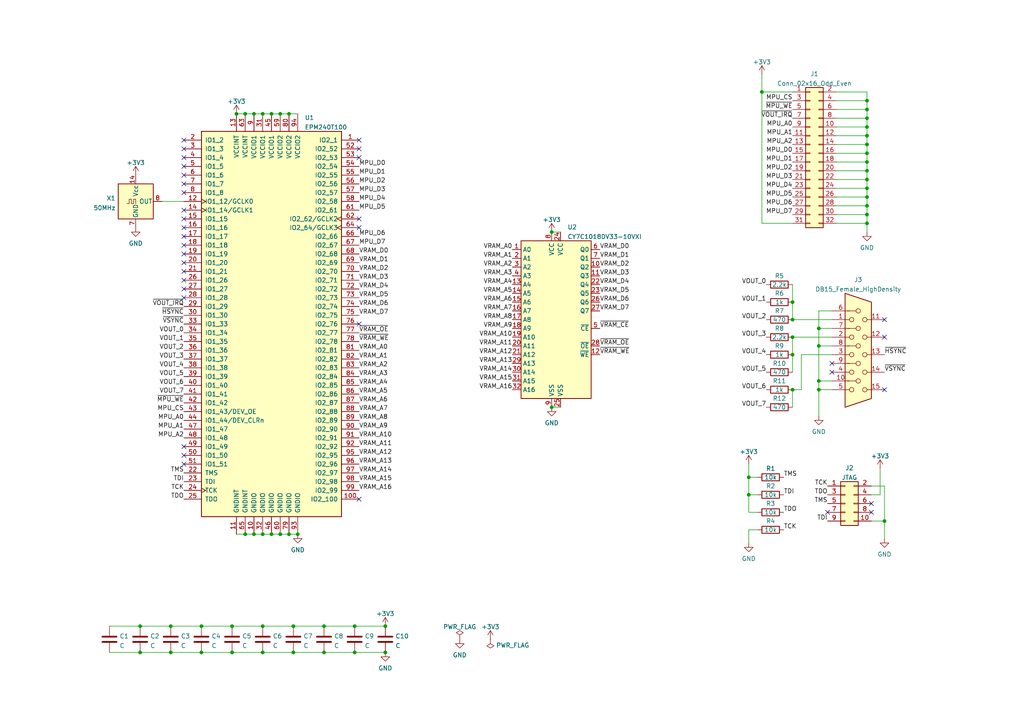
<source format=kicad_sch>
(kicad_sch (version 20211123) (generator eeschema)
  (paper "A4")
  (lib_symbols
    (symbol "CPLD_Altera:EPM240T100" (pin_names (offset 1.016))
      (property "Reference" "U" (at 10.16 57.15 0))
      (property "Value" "EPM240T100" (at 10.16 -57.15 0))
      (symbol "EPM240T100_1_1"
        (rectangle (start -20.32 55.88) (end 20.32 -55.88) (stroke (width 0.254)) (fill (type background)))
        (pin bidirectional line (at 25.4 53.34 180) (length 5.08) (name "IO2_1") (number "1"))
        (pin power_in line (at -5.08 -60.96 90) (length 5.08) (name "GNDIO") (number "10"))
        (pin bidirectional line (at 25.4 -50.8 180) (length 5.08) (name "IO2_100") (number "100"))
        (pin power_in line (at -10.16 -60.96 90) (length 5.08) (name "GNDINT") (number "11"))
        (pin bidirectional clock (at -25.4 35.56 0) (length 5.08) (name "IO1_12/GCLK0") (number "12"))
        (pin power_in line (at -10.16 60.96 270) (length 5.08) (name "VCCINT") (number "13"))
        (pin bidirectional clock (at -25.4 33.02 0) (length 5.08) (name "IO1_14/GCLK1") (number "14"))
        (pin bidirectional line (at -25.4 30.48 0) (length 5.08) (name "IO1_15") (number "15"))
        (pin bidirectional line (at -25.4 27.94 0) (length 5.08) (name "IO1_16") (number "16"))
        (pin bidirectional line (at -25.4 25.4 0) (length 5.08) (name "IO1_17") (number "17"))
        (pin bidirectional line (at -25.4 22.86 0) (length 5.08) (name "IO1_18") (number "18"))
        (pin bidirectional line (at -25.4 20.32 0) (length 5.08) (name "IO1_19") (number "19"))
        (pin bidirectional line (at -25.4 53.34 0) (length 5.08) (name "IO1_2") (number "2"))
        (pin bidirectional line (at -25.4 17.78 0) (length 5.08) (name "IO1_20") (number "20"))
        (pin bidirectional line (at -25.4 15.24 0) (length 5.08) (name "IO1_21") (number "21"))
        (pin input line (at -25.4 -43.18 0) (length 5.08) (name "TMS") (number "22"))
        (pin input line (at -25.4 -45.72 0) (length 5.08) (name "TDI") (number "23"))
        (pin input clock (at -25.4 -48.26 0) (length 5.08) (name "TCK") (number "24"))
        (pin output line (at -25.4 -50.8 0) (length 5.08) (name "TDO") (number "25"))
        (pin bidirectional line (at -25.4 12.7 0) (length 5.08) (name "IO1_26") (number "26"))
        (pin bidirectional line (at -25.4 10.16 0) (length 5.08) (name "IO1_27") (number "27"))
        (pin bidirectional line (at -25.4 7.62 0) (length 5.08) (name "IO1_28") (number "28"))
        (pin bidirectional line (at -25.4 5.08 0) (length 5.08) (name "IO1_29") (number "29"))
        (pin bidirectional line (at -25.4 50.8 0) (length 5.08) (name "IO1_3") (number "3"))
        (pin bidirectional line (at -25.4 2.54 0) (length 5.08) (name "IO1_30") (number "30"))
        (pin power_in line (at -2.54 60.96 270) (length 5.08) (name "VCCIO1") (number "31"))
        (pin power_in line (at -2.54 -60.96 90) (length 5.08) (name "GNDIO") (number "32"))
        (pin bidirectional line (at -25.4 0 0) (length 5.08) (name "IO1_33") (number "33"))
        (pin bidirectional line (at -25.4 -2.54 0) (length 5.08) (name "IO1_34") (number "34"))
        (pin bidirectional line (at -25.4 -5.08 0) (length 5.08) (name "IO1_35") (number "35"))
        (pin bidirectional line (at -25.4 -7.62 0) (length 5.08) (name "IO1_36") (number "36"))
        (pin bidirectional line (at -25.4 -10.16 0) (length 5.08) (name "IO1_37") (number "37"))
        (pin bidirectional line (at -25.4 -12.7 0) (length 5.08) (name "IO1_38") (number "38"))
        (pin bidirectional line (at -25.4 -15.24 0) (length 5.08) (name "IO1_39") (number "39"))
        (pin bidirectional line (at -25.4 48.26 0) (length 5.08) (name "IO1_4") (number "4"))
        (pin bidirectional line (at -25.4 -17.78 0) (length 5.08) (name "IO1_40") (number "40"))
        (pin bidirectional line (at -25.4 -20.32 0) (length 5.08) (name "IO1_41") (number "41"))
        (pin bidirectional line (at -25.4 -22.86 0) (length 5.08) (name "IO1_42") (number "42"))
        (pin bidirectional line (at -25.4 -25.4 0) (length 5.08) (name "IO1_43/DEV_OE") (number "43"))
        (pin bidirectional line (at -25.4 -27.94 0) (length 5.08) (name "IO1_44/DEV_CLRn") (number "44"))
        (pin power_in line (at 0 60.96 270) (length 5.08) (name "VCCIO1") (number "45"))
        (pin power_in line (at 0 -60.96 90) (length 5.08) (name "GNDIO") (number "46"))
        (pin bidirectional line (at -25.4 -30.48 0) (length 5.08) (name "IO1_47") (number "47"))
        (pin bidirectional line (at -25.4 -33.02 0) (length 5.08) (name "IO1_48") (number "48"))
        (pin bidirectional line (at -25.4 -35.56 0) (length 5.08) (name "IO1_49") (number "49"))
        (pin bidirectional line (at -25.4 45.72 0) (length 5.08) (name "IO1_5") (number "5"))
        (pin bidirectional line (at -25.4 -38.1 0) (length 5.08) (name "IO1_50") (number "50"))
        (pin bidirectional line (at -25.4 -40.64 0) (length 5.08) (name "IO1_51") (number "51"))
        (pin bidirectional line (at 25.4 50.8 180) (length 5.08) (name "IO2_52") (number "52"))
        (pin bidirectional line (at 25.4 48.26 180) (length 5.08) (name "IO2_53") (number "53"))
        (pin bidirectional line (at 25.4 45.72 180) (length 5.08) (name "IO2_54") (number "54"))
        (pin bidirectional line (at 25.4 43.18 180) (length 5.08) (name "IO2_55") (number "55"))
        (pin bidirectional line (at 25.4 40.64 180) (length 5.08) (name "IO2_56") (number "56"))
        (pin bidirectional line (at 25.4 38.1 180) (length 5.08) (name "IO2_57") (number "57"))
        (pin bidirectional line (at 25.4 35.56 180) (length 5.08) (name "IO2_58") (number "58"))
        (pin power_in line (at 2.54 60.96 270) (length 5.08) (name "VCCIO2") (number "59"))
        (pin bidirectional line (at -25.4 43.18 0) (length 5.08) (name "IO1_6") (number "6"))
        (pin power_in line (at 2.54 -60.96 90) (length 5.08) (name "GNDIO") (number "60"))
        (pin bidirectional line (at 25.4 33.02 180) (length 5.08) (name "IO2_61") (number "61"))
        (pin bidirectional clock (at 25.4 30.48 180) (length 5.08) (name "IO2_62/GCLK2") (number "62"))
        (pin power_in line (at -7.62 60.96 270) (length 5.08) (name "VCCINT") (number "63"))
        (pin bidirectional clock (at 25.4 27.94 180) (length 5.08) (name "IO2_64/GCLK3") (number "64"))
        (pin power_in line (at -7.62 -60.96 90) (length 5.08) (name "GNDINT") (number "65"))
        (pin bidirectional line (at 25.4 25.4 180) (length 5.08) (name "IO2_66") (number "66"))
        (pin bidirectional line (at 25.4 22.86 180) (length 5.08) (name "IO2_67") (number "67"))
        (pin bidirectional line (at 25.4 20.32 180) (length 5.08) (name "IO2_68") (number "68"))
        (pin bidirectional line (at 25.4 17.78 180) (length 5.08) (name "IO2_69") (number "69"))
        (pin bidirectional line (at -25.4 40.64 0) (length 5.08) (name "IO1_7") (number "7"))
        (pin bidirectional line (at 25.4 15.24 180) (length 5.08) (name "IO2_70") (number "70"))
        (pin bidirectional line (at 25.4 12.7 180) (length 5.08) (name "IO2_71") (number "71"))
        (pin bidirectional line (at 25.4 10.16 180) (length 5.08) (name "IO2_72") (number "72"))
        (pin bidirectional line (at 25.4 7.62 180) (length 5.08) (name "IO2_73") (number "73"))
        (pin bidirectional line (at 25.4 5.08 180) (length 5.08) (name "IO2_74") (number "74"))
        (pin bidirectional line (at 25.4 2.54 180) (length 5.08) (name "IO2_75") (number "75"))
        (pin bidirectional line (at 25.4 0 180) (length 5.08) (name "IO2_76") (number "76"))
        (pin bidirectional line (at 25.4 -2.54 180) (length 5.08) (name "IO2_77") (number "77"))
        (pin bidirectional line (at 25.4 -5.08 180) (length 5.08) (name "IO2_78") (number "78"))
        (pin power_in line (at 5.08 -60.96 90) (length 5.08) (name "GNDIO") (number "79"))
        (pin bidirectional line (at -25.4 38.1 0) (length 5.08) (name "IO1_8") (number "8"))
        (pin power_in line (at 5.08 60.96 270) (length 5.08) (name "VCCIO2") (number "80"))
        (pin bidirectional line (at 25.4 -7.62 180) (length 5.08) (name "IO2_81") (number "81"))
        (pin bidirectional line (at 25.4 -10.16 180) (length 5.08) (name "IO2_82") (number "82"))
        (pin bidirectional line (at 25.4 -12.7 180) (length 5.08) (name "IO2_83") (number "83"))
        (pin bidirectional line (at 25.4 -15.24 180) (length 5.08) (name "IO2_84") (number "84"))
        (pin bidirectional line (at 25.4 -17.78 180) (length 5.08) (name "IO2_85") (number "85"))
        (pin bidirectional line (at 25.4 -20.32 180) (length 5.08) (name "IO2_86") (number "86"))
        (pin bidirectional line (at 25.4 -22.86 180) (length 5.08) (name "IO2_87") (number "87"))
        (pin bidirectional line (at 25.4 -25.4 180) (length 5.08) (name "IO2_88") (number "88"))
        (pin bidirectional line (at 25.4 -27.94 180) (length 5.08) (name "IO2_89") (number "89"))
        (pin power_in line (at -5.08 60.96 270) (length 5.08) (name "VCCIO1") (number "9"))
        (pin bidirectional line (at 25.4 -30.48 180) (length 5.08) (name "IO2_90") (number "90"))
        (pin bidirectional line (at 25.4 -33.02 180) (length 5.08) (name "IO2_91") (number "91"))
        (pin bidirectional line (at 25.4 -35.56 180) (length 5.08) (name "IO2_92") (number "92"))
        (pin power_in line (at 7.62 -60.96 90) (length 5.08) (name "GNDIO") (number "93"))
        (pin power_in line (at 7.62 60.96 270) (length 5.08) (name "VCCIO2") (number "94"))
        (pin bidirectional line (at 25.4 -38.1 180) (length 5.08) (name "IO2_95") (number "95"))
        (pin bidirectional line (at 25.4 -40.64 180) (length 5.08) (name "IO2_96") (number "96"))
        (pin bidirectional line (at 25.4 -43.18 180) (length 5.08) (name "IO2_97") (number "97"))
        (pin bidirectional line (at 25.4 -45.72 180) (length 5.08) (name "IO2_98") (number "98"))
        (pin bidirectional line (at 25.4 -48.26 180) (length 5.08) (name "IO2_99") (number "99"))
      )
    )
    (symbol "Connector:DB15_Female_HighDensity" (pin_names (offset 1.016) hide)
      (property "Reference" "J" (at 0 21.59 0))
      (property "Value" "DB15_Female_HighDensity" (at 0 19.05 0))
      (symbol "DB15_Female_HighDensity_0_1"
        (circle (center -1.905 -10.16) (radius 0.635))
        (circle (center -1.905 -5.08) (radius 0.635))
        (circle (center -1.905 0) (radius 0.635))
        (circle (center -1.905 5.08) (radius 0.635))
        (circle (center -1.905 10.16) (radius 0.635))
        (circle (center 0 -7.62) (radius 0.635))
        (circle (center 0 -2.54) (radius 0.635))
        (polyline (pts (xy -3.175 7.62) (xy -0.635 7.62)))
        (polyline (pts (xy -0.635 -7.62) (xy -3.175 -7.62)))
        (polyline (pts (xy -0.635 -2.54) (xy -3.175 -2.54)))
        (polyline (pts (xy -0.635 2.54) (xy -3.175 2.54)))
        (polyline (pts (xy -0.635 12.7) (xy -3.175 12.7)))
        (polyline (pts (xy -3.81 17.78) (xy -3.81 -15.24) (xy 3.81 -12.7) (xy 3.81 15.24) (xy -3.81 17.78)) (stroke (width 0.254)) (fill (type background)))
        (circle (center 0 2.54) (radius 0.635))
        (circle (center 0 7.62) (radius 0.635))
        (circle (center 0 12.7) (radius 0.635))
        (circle (center 1.905 -10.16) (radius 0.635))
        (circle (center 1.905 -5.08) (radius 0.635))
        (circle (center 1.905 0) (radius 0.635))
        (circle (center 1.905 5.08) (radius 0.635))
        (circle (center 1.905 10.16) (radius 0.635))
      )
      (symbol "DB15_Female_HighDensity_1_1"
        (pin passive line (at -7.62 10.16 0) (length 5.08) (name "~") (number "1"))
        (pin passive line (at -7.62 -7.62 0) (length 5.08) (name "~") (number "10"))
        (pin passive line (at 7.62 10.16 180) (length 5.08) (name "~") (number "11"))
        (pin passive line (at 7.62 5.08 180) (length 5.08) (name "~") (number "12"))
        (pin passive line (at 7.62 0 180) (length 5.08) (name "~") (number "13"))
        (pin passive line (at 7.62 -5.08 180) (length 5.08) (name "~") (number "14"))
        (pin passive line (at 7.62 -10.16 180) (length 5.08) (name "~") (number "15"))
        (pin passive line (at -7.62 5.08 0) (length 5.08) (name "~") (number "2"))
        (pin passive line (at -7.62 0 0) (length 5.08) (name "~") (number "3"))
        (pin passive line (at -7.62 -5.08 0) (length 5.08) (name "~") (number "4"))
        (pin passive line (at -7.62 -10.16 0) (length 5.08) (name "~") (number "5"))
        (pin passive line (at -7.62 12.7 0) (length 5.08) (name "~") (number "6"))
        (pin passive line (at -7.62 7.62 0) (length 5.08) (name "~") (number "7"))
        (pin passive line (at -7.62 2.54 0) (length 5.08) (name "~") (number "8"))
        (pin passive line (at -7.62 -2.54 0) (length 5.08) (name "~") (number "9"))
      )
    )
    (symbol "Connector_Generic:Conn_02x05_Odd_Even" (pin_names (offset 1.016) hide)
      (property "Reference" "J" (at 1.27 7.62 0))
      (property "Value" "Conn_02x05_Odd_Even" (at 1.27 -7.62 0))
      (symbol "Conn_02x05_Odd_Even_1_1"
        (rectangle (start -1.27 -4.953) (end 0 -5.207) (stroke (width 0.1524)))
        (rectangle (start -1.27 -2.413) (end 0 -2.667) (stroke (width 0.1524)))
        (rectangle (start -1.27 0.127) (end 0 -0.127) (stroke (width 0.1524)))
        (rectangle (start -1.27 2.667) (end 0 2.413) (stroke (width 0.1524)))
        (rectangle (start -1.27 5.207) (end 0 4.953) (stroke (width 0.1524)))
        (rectangle (start -1.27 6.35) (end 3.81 -6.35) (stroke (width 0.254)) (fill (type background)))
        (rectangle (start 3.81 -4.953) (end 2.54 -5.207) (stroke (width 0.1524)))
        (rectangle (start 3.81 -2.413) (end 2.54 -2.667) (stroke (width 0.1524)))
        (rectangle (start 3.81 0.127) (end 2.54 -0.127) (stroke (width 0.1524)))
        (rectangle (start 3.81 2.667) (end 2.54 2.413) (stroke (width 0.1524)))
        (rectangle (start 3.81 5.207) (end 2.54 4.953) (stroke (width 0.1524)))
        (pin passive line (at -5.08 5.08 0) (length 3.81) (name "Pin_1") (number "1"))
        (pin passive line (at 7.62 -5.08 180) (length 3.81) (name "Pin_10") (number "10"))
        (pin passive line (at 7.62 5.08 180) (length 3.81) (name "Pin_2") (number "2"))
        (pin passive line (at -5.08 2.54 0) (length 3.81) (name "Pin_3") (number "3"))
        (pin passive line (at 7.62 2.54 180) (length 3.81) (name "Pin_4") (number "4"))
        (pin passive line (at -5.08 0 0) (length 3.81) (name "Pin_5") (number "5"))
        (pin passive line (at 7.62 0 180) (length 3.81) (name "Pin_6") (number "6"))
        (pin passive line (at -5.08 -2.54 0) (length 3.81) (name "Pin_7") (number "7"))
        (pin passive line (at 7.62 -2.54 180) (length 3.81) (name "Pin_8") (number "8"))
        (pin passive line (at -5.08 -5.08 0) (length 3.81) (name "Pin_9") (number "9"))
      )
    )
    (symbol "Connector_Generic:Conn_02x16_Odd_Even" (pin_names (offset 1.016) hide)
      (property "Reference" "J" (at 1.27 20.32 0))
      (property "Value" "Conn_02x16_Odd_Even" (at 1.27 -22.86 0))
      (symbol "Conn_02x16_Odd_Even_1_1"
        (rectangle (start -1.27 -20.193) (end 0 -20.447) (stroke (width 0.1524)))
        (rectangle (start -1.27 -17.653) (end 0 -17.907) (stroke (width 0.1524)))
        (rectangle (start -1.27 -15.113) (end 0 -15.367) (stroke (width 0.1524)))
        (rectangle (start -1.27 -12.573) (end 0 -12.827) (stroke (width 0.1524)))
        (rectangle (start -1.27 -10.033) (end 0 -10.287) (stroke (width 0.1524)))
        (rectangle (start -1.27 -7.493) (end 0 -7.747) (stroke (width 0.1524)))
        (rectangle (start -1.27 -4.953) (end 0 -5.207) (stroke (width 0.1524)))
        (rectangle (start -1.27 -2.413) (end 0 -2.667) (stroke (width 0.1524)))
        (rectangle (start -1.27 0.127) (end 0 -0.127) (stroke (width 0.1524)))
        (rectangle (start -1.27 2.667) (end 0 2.413) (stroke (width 0.1524)))
        (rectangle (start -1.27 5.207) (end 0 4.953) (stroke (width 0.1524)))
        (rectangle (start -1.27 7.747) (end 0 7.493) (stroke (width 0.1524)))
        (rectangle (start -1.27 10.287) (end 0 10.033) (stroke (width 0.1524)))
        (rectangle (start -1.27 12.827) (end 0 12.573) (stroke (width 0.1524)))
        (rectangle (start -1.27 15.367) (end 0 15.113) (stroke (width 0.1524)))
        (rectangle (start -1.27 17.907) (end 0 17.653) (stroke (width 0.1524)))
        (rectangle (start -1.27 19.05) (end 3.81 -21.59) (stroke (width 0.254)) (fill (type background)))
        (rectangle (start 3.81 -20.193) (end 2.54 -20.447) (stroke (width 0.1524)))
        (rectangle (start 3.81 -17.653) (end 2.54 -17.907) (stroke (width 0.1524)))
        (rectangle (start 3.81 -15.113) (end 2.54 -15.367) (stroke (width 0.1524)))
        (rectangle (start 3.81 -12.573) (end 2.54 -12.827) (stroke (width 0.1524)))
        (rectangle (start 3.81 -10.033) (end 2.54 -10.287) (stroke (width 0.1524)))
        (rectangle (start 3.81 -7.493) (end 2.54 -7.747) (stroke (width 0.1524)))
        (rectangle (start 3.81 -4.953) (end 2.54 -5.207) (stroke (width 0.1524)))
        (rectangle (start 3.81 -2.413) (end 2.54 -2.667) (stroke (width 0.1524)))
        (rectangle (start 3.81 0.127) (end 2.54 -0.127) (stroke (width 0.1524)))
        (rectangle (start 3.81 2.667) (end 2.54 2.413) (stroke (width 0.1524)))
        (rectangle (start 3.81 5.207) (end 2.54 4.953) (stroke (width 0.1524)))
        (rectangle (start 3.81 7.747) (end 2.54 7.493) (stroke (width 0.1524)))
        (rectangle (start 3.81 10.287) (end 2.54 10.033) (stroke (width 0.1524)))
        (rectangle (start 3.81 12.827) (end 2.54 12.573) (stroke (width 0.1524)))
        (rectangle (start 3.81 15.367) (end 2.54 15.113) (stroke (width 0.1524)))
        (rectangle (start 3.81 17.907) (end 2.54 17.653) (stroke (width 0.1524)))
        (pin passive line (at -5.08 17.78 0) (length 3.81) (name "Pin_1") (number "1"))
        (pin passive line (at 7.62 7.62 180) (length 3.81) (name "Pin_10") (number "10"))
        (pin passive line (at -5.08 5.08 0) (length 3.81) (name "Pin_11") (number "11"))
        (pin passive line (at 7.62 5.08 180) (length 3.81) (name "Pin_12") (number "12"))
        (pin passive line (at -5.08 2.54 0) (length 3.81) (name "Pin_13") (number "13"))
        (pin passive line (at 7.62 2.54 180) (length 3.81) (name "Pin_14") (number "14"))
        (pin passive line (at -5.08 0 0) (length 3.81) (name "Pin_15") (number "15"))
        (pin passive line (at 7.62 0 180) (length 3.81) (name "Pin_16") (number "16"))
        (pin passive line (at -5.08 -2.54 0) (length 3.81) (name "Pin_17") (number "17"))
        (pin passive line (at 7.62 -2.54 180) (length 3.81) (name "Pin_18") (number "18"))
        (pin passive line (at -5.08 -5.08 0) (length 3.81) (name "Pin_19") (number "19"))
        (pin passive line (at 7.62 17.78 180) (length 3.81) (name "Pin_2") (number "2"))
        (pin passive line (at 7.62 -5.08 180) (length 3.81) (name "Pin_20") (number "20"))
        (pin passive line (at -5.08 -7.62 0) (length 3.81) (name "Pin_21") (number "21"))
        (pin passive line (at 7.62 -7.62 180) (length 3.81) (name "Pin_22") (number "22"))
        (pin passive line (at -5.08 -10.16 0) (length 3.81) (name "Pin_23") (number "23"))
        (pin passive line (at 7.62 -10.16 180) (length 3.81) (name "Pin_24") (number "24"))
        (pin passive line (at -5.08 -12.7 0) (length 3.81) (name "Pin_25") (number "25"))
        (pin passive line (at 7.62 -12.7 180) (length 3.81) (name "Pin_26") (number "26"))
        (pin passive line (at -5.08 -15.24 0) (length 3.81) (name "Pin_27") (number "27"))
        (pin passive line (at 7.62 -15.24 180) (length 3.81) (name "Pin_28") (number "28"))
        (pin passive line (at -5.08 -17.78 0) (length 3.81) (name "Pin_29") (number "29"))
        (pin passive line (at -5.08 15.24 0) (length 3.81) (name "Pin_3") (number "3"))
        (pin passive line (at 7.62 -17.78 180) (length 3.81) (name "Pin_30") (number "30"))
        (pin passive line (at -5.08 -20.32 0) (length 3.81) (name "Pin_31") (number "31"))
        (pin passive line (at 7.62 -20.32 180) (length 3.81) (name "Pin_32") (number "32"))
        (pin passive line (at 7.62 15.24 180) (length 3.81) (name "Pin_4") (number "4"))
        (pin passive line (at -5.08 12.7 0) (length 3.81) (name "Pin_5") (number "5"))
        (pin passive line (at 7.62 12.7 180) (length 3.81) (name "Pin_6") (number "6"))
        (pin passive line (at -5.08 10.16 0) (length 3.81) (name "Pin_7") (number "7"))
        (pin passive line (at 7.62 10.16 180) (length 3.81) (name "Pin_8") (number "8"))
        (pin passive line (at -5.08 7.62 0) (length 3.81) (name "Pin_9") (number "9"))
      )
    )
    (symbol "Device:C" (pin_numbers hide) (pin_names (offset 0.254))
      (property "Reference" "C" (at 0.635 2.54 0))
      (property "Value" "C" (at 0.635 -2.54 0))
      (symbol "C_0_1"
        (polyline (pts (xy -2.032 -0.762) (xy 2.032 -0.762)) (stroke (width 0.508)))
        (polyline (pts (xy -2.032 0.762) (xy 2.032 0.762)) (stroke (width 0.508)))
      )
      (symbol "C_1_1"
        (pin passive line (at 0 3.81 270) (length 2.794) (name "~") (number "1"))
        (pin passive line (at 0 -3.81 90) (length 2.794) (name "~") (number "2"))
      )
    )
    (symbol "Device:R" (pin_numbers hide) (pin_names (offset 0))
      (property "Reference" "R" (at 2.032 0 90))
      (property "Value" "R" (at 0 0 90))
      (symbol "R_0_1"
        (rectangle (start -1.016 -2.54) (end 1.016 2.54) (stroke (width 0.254)))
      )
      (symbol "R_1_1"
        (pin passive line (at 0 3.81 270) (length 1.27) (name "~") (number "1"))
        (pin passive line (at 0 -3.81 90) (length 1.27) (name "~") (number "2"))
      )
    )
    (symbol "Memory_RAM:CY7C1018DV33"
      (property "Reference" "U" (at 10.16 24.13 0))
      (property "Value" "CY7C1018DV33" (at 0 0 90))
      (symbol "CY7C1018DV33_0_0"
        (pin power_in line (at 1.27 25.4 270) (length 2.54) (name "VCC") (number "24"))
        (pin power_in line (at 1.27 -25.4 90) (length 2.54) (name "VSS") (number "25"))
        (pin power_in line (at -1.27 25.4 270) (length 2.54) (name "VCC") (number "8"))
        (pin power_in line (at -1.27 -25.4 90) (length 2.54) (name "VSS") (number "9"))
      )
      (symbol "CY7C1018DV33_0_1"
        (rectangle (start -10.16 22.86) (end 10.16 -22.86) (stroke (width 0.254)) (fill (type background)))
      )
      (symbol "CY7C1018DV33_1_1"
        (pin input line (at -12.7 20.32 0) (length 2.54) (name "A0") (number "1"))
        (pin tri_state line (at 12.7 15.24 180) (length 2.54) (name "Q2") (number "10"))
        (pin tri_state line (at 12.7 12.7 180) (length 2.54) (name "Q3") (number "11"))
        (pin input line (at 12.7 -10.16 180) (length 2.54) (name "~{WE}") (number "12"))
        (pin input line (at -12.7 10.16 0) (length 2.54) (name "A4") (number "13"))
        (pin input line (at -12.7 7.62 0) (length 2.54) (name "A5") (number "14"))
        (pin input line (at -12.7 5.08 0) (length 2.54) (name "A6") (number "15"))
        (pin input line (at -12.7 2.54 0) (length 2.54) (name "A7") (number "16"))
        (pin input line (at -12.7 0 0) (length 2.54) (name "A8") (number "17"))
        (pin input line (at -12.7 -2.54 0) (length 2.54) (name "A9") (number "18"))
        (pin input line (at -12.7 -5.08 0) (length 2.54) (name "A10") (number "19"))
        (pin input line (at -12.7 17.78 0) (length 2.54) (name "A1") (number "2"))
        (pin input line (at -12.7 -7.62 0) (length 2.54) (name "A11") (number "20"))
        (pin input line (at -12.7 -10.16 0) (length 2.54) (name "A12") (number "21"))
        (pin tri_state line (at 12.7 10.16 180) (length 2.54) (name "Q4") (number "22"))
        (pin tri_state line (at 12.7 7.62 180) (length 2.54) (name "Q5") (number "23"))
        (pin tri_state line (at 12.7 5.08 180) (length 2.54) (name "Q6") (number "26"))
        (pin tri_state line (at 12.7 2.54 180) (length 2.54) (name "Q7") (number "27"))
        (pin input line (at 12.7 -7.62 180) (length 2.54) (name "~{OE}") (number "28"))
        (pin input line (at -12.7 -12.7 0) (length 2.54) (name "A13") (number "29"))
        (pin input line (at -12.7 15.24 0) (length 2.54) (name "A2") (number "3"))
        (pin input line (at -12.7 -15.24 0) (length 2.54) (name "A14") (number "30"))
        (pin input line (at -12.7 -17.78 0) (length 2.54) (name "A15") (number "31"))
        (pin input line (at -12.7 -20.32 0) (length 2.54) (name "A16") (number "32"))
        (pin input line (at -12.7 12.7 0) (length 2.54) (name "A3") (number "4"))
        (pin input line (at 12.7 -2.54 180) (length 2.54) (name "~{CE}") (number "5"))
        (pin tri_state line (at 12.7 20.32 180) (length 2.54) (name "Q0") (number "6"))
        (pin tri_state line (at 12.7 17.78 180) (length 2.54) (name "Q1") (number "7"))
      )
    )
    (symbol "Oscillator:ACO-xxxMHz" (pin_names (offset 0.254))
      (property "Reference" "X" (at -5.08 6.35 0))
      (property "Value" "ACO-xxxMHz" (at 1.27 -6.35 0))
      (symbol "ACO-xxxMHz_0_1"
        (rectangle (start -5.08 5.08) (end 5.08 -5.08) (stroke (width 0.254)) (fill (type background)))
        (polyline (pts (xy -2.54 -0.635) (xy -1.905 -0.635) (xy -1.905 0.635) (xy -1.27 0.635) (xy -1.27 -0.635) (xy -0.635 -0.635) (xy -0.635 0.635) (xy 0 0.635) (xy 0 -0.635)))
      )
      (symbol "ACO-xxxMHz_1_1"
        (pin no_connect line (at -7.62 0 0) (length 2.54) hide (name "NC") (number "1"))
        (pin power_in line (at 0 7.62 270) (length 2.54) (name "Vcc") (number "14"))
        (pin power_in line (at 0 -7.62 90) (length 2.54) (name "GND") (number "7"))
        (pin output line (at 7.62 0 180) (length 2.54) (name "OUT") (number "8"))
      )
    )
    (symbol "power:+3V3" (power) (pin_names (offset 0))
      (property "Value" "+3V3" (at 0 3.556 0))
      (symbol "+3V3_0_1"
        (polyline (pts (xy -0.762 1.27) (xy 0 2.54)))
        (polyline (pts (xy 0 0) (xy 0 2.54)))
        (polyline (pts (xy 0 2.54) (xy 0.762 1.27)))
      )
      (symbol "+3V3_1_1"
        (pin power_in line (at 0 0 90) (length 0) hide (name "+3V3") (number "1"))
      )
    )
    (symbol "power:GND" (power) (pin_names (offset 0))
      (property "Value" "GND" (at 0 -3.81 0))
      (symbol "GND_0_1"
        (polyline (pts (xy 0 0) (xy 0 -1.27) (xy 1.27 -1.27) (xy 0 -2.54) (xy -1.27 -1.27) (xy 0 -1.27)))
      )
      (symbol "GND_1_1"
        (pin power_in line (at 0 0 270) (length 0) hide (name "GND") (number "1"))
      )
    )
    (symbol "power:PWR_FLAG" (power) (pin_numbers hide) (pin_names (offset 0) hide)
      (property "Value" "PWR_FLAG" (at 0 3.81 0))
      (symbol "PWR_FLAG_0_0"
        (pin power_out line (at 0 0 90) (length 0) (name "pwr") (number "1"))
      )
      (symbol "PWR_FLAG_0_1"
        (polyline (pts (xy 0 0) (xy 0 1.27) (xy -1.016 1.905) (xy 0 2.54) (xy 1.016 1.905) (xy 0 1.27)))
      )
    )
  )
  (junction (at 251.46 34.29))
  (junction (at 256.54 151.13))
  (junction (at 251.46 52.07))
  (junction (at 40.64 189.23))
  (junction (at 251.46 36.83))
  (junction (at 237.49 113.03))
  (junction (at 251.46 59.69))
  (junction (at 102.87 181.61))
  (junction (at 58.42 189.23))
  (junction (at 229.87 102.87))
  (junction (at 71.12 154.94))
  (junction (at 73.66 33.02))
  (junction (at 76.2 181.61))
  (junction (at 251.46 31.75))
  (junction (at 49.53 181.61))
  (junction (at 81.28 154.94))
  (junction (at 251.46 46.99))
  (junction (at 86.36 154.94))
  (junction (at 68.58 33.02))
  (junction (at 217.17 138.43))
  (junction (at 237.49 95.25))
  (junction (at 76.2 189.23))
  (junction (at 71.12 33.02))
  (junction (at 251.46 54.61))
  (junction (at 251.46 29.21))
  (junction (at 251.46 39.37))
  (junction (at 251.46 57.15))
  (junction (at 229.87 97.79))
  (junction (at 251.46 64.77))
  (junction (at 217.17 143.51))
  (junction (at 251.46 49.53))
  (junction (at 220.98 26.67))
  (junction (at 67.31 189.23))
  (junction (at 85.09 189.23))
  (junction (at 93.98 181.61))
  (junction (at 85.09 181.61))
  (junction (at 160.02 118.11))
  (junction (at 229.87 87.63))
  (junction (at 83.82 33.02))
  (junction (at 111.76 189.23))
  (junction (at 251.46 62.23))
  (junction (at 102.87 189.23))
  (junction (at 58.42 181.61))
  (junction (at 237.49 110.49))
  (junction (at 160.02 67.31))
  (junction (at 111.76 181.61))
  (junction (at 229.87 113.03))
  (junction (at 40.64 181.61))
  (junction (at 83.82 154.94))
  (junction (at 251.46 44.45))
  (junction (at 93.98 189.23))
  (junction (at 78.74 154.94))
  (junction (at 67.31 181.61))
  (junction (at 237.49 100.33))
  (junction (at 78.74 33.02))
  (junction (at 76.2 33.02))
  (junction (at 81.28 33.02))
  (junction (at 73.66 154.94))
  (junction (at 229.87 92.71))
  (junction (at 251.46 41.91))
  (junction (at 49.53 189.23))
  (junction (at 76.2 154.94))
  (no_connect (at 256.54 92.71))
  (no_connect (at 53.34 50.8))
  (no_connect (at 53.34 73.66))
  (no_connect (at 240.03 148.59))
  (no_connect (at 256.54 97.79))
  (no_connect (at 53.34 60.96))
  (no_connect (at 104.14 93.98))
  (no_connect (at 53.34 86.36))
  (no_connect (at 53.34 68.58))
  (no_connect (at 53.34 63.5))
  (no_connect (at 53.34 81.28))
  (no_connect (at 53.34 129.54))
  (no_connect (at 252.73 148.59))
  (no_connect (at 104.14 43.18))
  (no_connect (at 252.73 146.05))
  (no_connect (at 241.3 105.41))
  (no_connect (at 53.34 40.64))
  (no_connect (at 53.34 83.82))
  (no_connect (at 53.34 48.26))
  (no_connect (at 53.34 76.2))
  (no_connect (at 104.14 144.78))
  (no_connect (at 104.14 66.04))
  (no_connect (at 53.34 78.74))
  (no_connect (at 53.34 45.72))
  (no_connect (at 53.34 53.34))
  (no_connect (at 53.34 66.04))
  (no_connect (at 241.3 107.95))
  (no_connect (at 53.34 71.12))
  (no_connect (at 256.54 113.03))
  (no_connect (at 104.14 40.64))
  (no_connect (at 104.14 63.5))
  (no_connect (at 53.34 55.88))
  (no_connect (at 104.14 45.72))
  (no_connect (at 53.34 134.62))
  (no_connect (at 53.34 43.18))
  (no_connect (at 53.34 132.08))
  (wire (pts (xy 81.28 154.94) (xy 83.82 154.94)))
  (wire (pts (xy 229.87 92.71) (xy 241.3 92.71)))
  (wire (pts (xy 46.99 58.42) (xy 53.34 58.42)))
  (wire (pts (xy 83.82 154.94) (xy 86.36 154.94)))
  (wire (pts (xy 251.46 62.23) (xy 251.46 64.77)))
  (wire (pts (xy 242.57 57.15) (xy 251.46 57.15)))
  (wire (pts (xy 256.54 140.97) (xy 256.54 151.13)))
  (wire (pts (xy 85.09 189.23) (xy 93.98 189.23)))
  (wire (pts (xy 251.46 36.83) (xy 251.46 39.37)))
  (wire (pts (xy 160.02 67.31) (xy 162.56 67.31)))
  (wire (pts (xy 251.46 49.53) (xy 251.46 52.07)))
  (wire (pts (xy 217.17 143.51) (xy 217.17 148.59)))
  (wire (pts (xy 229.87 113.03) (xy 229.87 118.11)))
  (wire (pts (xy 71.12 33.02) (xy 73.66 33.02)))
  (wire (pts (xy 220.98 21.59) (xy 220.98 26.67)))
  (wire (pts (xy 237.49 113.03) (xy 237.49 120.65)))
  (wire (pts (xy 40.64 181.61) (xy 49.53 181.61)))
  (wire (pts (xy 93.98 189.23) (xy 102.87 189.23)))
  (wire (pts (xy 242.57 49.53) (xy 251.46 49.53)))
  (wire (pts (xy 49.53 181.61) (xy 58.42 181.61)))
  (wire (pts (xy 102.87 189.23) (xy 111.76 189.23)))
  (wire (pts (xy 252.73 140.97) (xy 256.54 140.97)))
  (wire (pts (xy 40.64 189.23) (xy 49.53 189.23)))
  (wire (pts (xy 220.98 26.67) (xy 229.87 26.67)))
  (wire (pts (xy 242.57 46.99) (xy 251.46 46.99)))
  (wire (pts (xy 229.87 113.03) (xy 232.41 113.03)))
  (wire (pts (xy 241.3 113.03) (xy 237.49 113.03)))
  (wire (pts (xy 67.31 181.61) (xy 76.2 181.61)))
  (wire (pts (xy 76.2 181.61) (xy 85.09 181.61)))
  (wire (pts (xy 232.41 113.03) (xy 232.41 102.87)))
  (wire (pts (xy 81.28 33.02) (xy 83.82 33.02)))
  (wire (pts (xy 160.02 118.11) (xy 162.56 118.11)))
  (wire (pts (xy 237.49 110.49) (xy 237.49 113.03)))
  (wire (pts (xy 237.49 90.17) (xy 237.49 95.25)))
  (wire (pts (xy 232.41 102.87) (xy 241.3 102.87)))
  (wire (pts (xy 241.3 90.17) (xy 237.49 90.17)))
  (wire (pts (xy 58.42 181.61) (xy 67.31 181.61)))
  (wire (pts (xy 242.57 44.45) (xy 251.46 44.45)))
  (wire (pts (xy 78.74 33.02) (xy 81.28 33.02)))
  (wire (pts (xy 251.46 29.21) (xy 251.46 31.75)))
  (wire (pts (xy 217.17 157.48) (xy 217.17 153.67)))
  (wire (pts (xy 76.2 154.94) (xy 78.74 154.94)))
  (wire (pts (xy 241.3 110.49) (xy 237.49 110.49)))
  (wire (pts (xy 242.57 62.23) (xy 251.46 62.23)))
  (wire (pts (xy 252.73 151.13) (xy 256.54 151.13)))
  (wire (pts (xy 242.57 54.61) (xy 251.46 54.61)))
  (wire (pts (xy 252.73 143.51) (xy 255.27 143.51)))
  (wire (pts (xy 242.57 29.21) (xy 251.46 29.21)))
  (wire (pts (xy 229.87 87.63) (xy 229.87 92.71)))
  (wire (pts (xy 229.87 82.55) (xy 229.87 87.63)))
  (wire (pts (xy 31.75 189.23) (xy 40.64 189.23)))
  (wire (pts (xy 241.3 95.25) (xy 237.49 95.25)))
  (wire (pts (xy 217.17 143.51) (xy 219.71 143.51)))
  (wire (pts (xy 251.46 34.29) (xy 251.46 36.83)))
  (wire (pts (xy 255.27 143.51) (xy 255.27 135.89)))
  (wire (pts (xy 229.87 102.87) (xy 229.87 97.79)))
  (wire (pts (xy 242.57 52.07) (xy 251.46 52.07)))
  (wire (pts (xy 237.49 100.33) (xy 237.49 110.49)))
  (wire (pts (xy 220.98 64.77) (xy 229.87 64.77)))
  (wire (pts (xy 83.82 33.02) (xy 86.36 33.02)))
  (wire (pts (xy 217.17 138.43) (xy 217.17 143.51)))
  (wire (pts (xy 229.87 107.95) (xy 229.87 102.87)))
  (wire (pts (xy 251.46 39.37) (xy 251.46 41.91)))
  (wire (pts (xy 251.46 59.69) (xy 251.46 62.23)))
  (wire (pts (xy 93.98 181.61) (xy 102.87 181.61)))
  (wire (pts (xy 217.17 148.59) (xy 219.71 148.59)))
  (wire (pts (xy 73.66 154.94) (xy 76.2 154.94)))
  (wire (pts (xy 49.53 189.23) (xy 58.42 189.23)))
  (wire (pts (xy 251.46 54.61) (xy 251.46 57.15)))
  (wire (pts (xy 242.57 31.75) (xy 251.46 31.75)))
  (wire (pts (xy 251.46 46.99) (xy 251.46 49.53)))
  (wire (pts (xy 256.54 151.13) (xy 256.54 156.21)))
  (wire (pts (xy 217.17 134.62) (xy 217.17 138.43)))
  (wire (pts (xy 241.3 100.33) (xy 237.49 100.33)))
  (wire (pts (xy 251.46 41.91) (xy 251.46 44.45)))
  (wire (pts (xy 85.09 181.61) (xy 93.98 181.61)))
  (wire (pts (xy 217.17 153.67) (xy 219.71 153.67)))
  (wire (pts (xy 217.17 138.43) (xy 219.71 138.43)))
  (wire (pts (xy 76.2 189.23) (xy 85.09 189.23)))
  (wire (pts (xy 73.66 33.02) (xy 76.2 33.02)))
  (wire (pts (xy 242.57 26.67) (xy 251.46 26.67)))
  (wire (pts (xy 242.57 39.37) (xy 251.46 39.37)))
  (wire (pts (xy 102.87 181.61) (xy 111.76 181.61)))
  (wire (pts (xy 242.57 41.91) (xy 251.46 41.91)))
  (wire (pts (xy 220.98 26.67) (xy 220.98 64.77)))
  (wire (pts (xy 251.46 64.77) (xy 251.46 67.31)))
  (wire (pts (xy 251.46 52.07) (xy 251.46 54.61)))
  (wire (pts (xy 67.31 189.23) (xy 76.2 189.23)))
  (wire (pts (xy 78.74 154.94) (xy 81.28 154.94)))
  (wire (pts (xy 71.12 154.94) (xy 73.66 154.94)))
  (wire (pts (xy 58.42 189.23) (xy 67.31 189.23)))
  (wire (pts (xy 31.75 181.61) (xy 40.64 181.61)))
  (wire (pts (xy 251.46 57.15) (xy 251.46 59.69)))
  (wire (pts (xy 251.46 44.45) (xy 251.46 46.99)))
  (wire (pts (xy 229.87 97.79) (xy 241.3 97.79)))
  (wire (pts (xy 68.58 154.94) (xy 71.12 154.94)))
  (wire (pts (xy 68.58 33.02) (xy 71.12 33.02)))
  (wire (pts (xy 76.2 33.02) (xy 78.74 33.02)))
  (wire (pts (xy 237.49 95.25) (xy 237.49 100.33)))
  (wire (pts (xy 251.46 26.67) (xy 251.46 29.21)))
  (wire (pts (xy 251.46 31.75) (xy 251.46 34.29)))
  (wire (pts (xy 242.57 36.83) (xy 251.46 36.83)))
  (wire (pts (xy 242.57 59.69) (xy 251.46 59.69)))
  (wire (pts (xy 242.57 64.77) (xy 251.46 64.77)))
  (wire (pts (xy 242.57 34.29) (xy 251.46 34.29)))
  (label "~{VRAM_OE}" (at 104.14 96.52 0))
  (label "VRAM_A14" (at 148.59 107.95 180))
  (label "VRAM_A13" (at 148.59 105.41 180))
  (label "VRAM_D2" (at 104.14 78.74 0))
  (label "VRAM_D0" (at 104.14 73.66 0))
  (label "~{VRAM_CE}" (at 173.99 95.25 0))
  (label "MPU_A1" (at 229.87 39.37 180))
  (label "VRAM_A4" (at 148.59 82.55 180))
  (label "VOUT_0" (at 53.34 96.52 180))
  (label "~{MPU_WE}" (at 229.87 31.75 180))
  (label "VOUT_7" (at 53.34 114.3 180))
  (label "TDI" (at 240.03 151.13 180))
  (label "VOUT_5" (at 222.25 107.95 180))
  (label "VRAM_A3" (at 104.14 109.22 0))
  (label "VRAM_A7" (at 104.14 119.38 0))
  (label "VRAM_A14" (at 104.14 137.16 0))
  (label "VOUT_1" (at 222.25 87.63 180))
  (label "VRAM_A12" (at 148.59 102.87 180))
  (label "~{HSYNC}" (at 53.34 91.44 180))
  (label "TMS" (at 53.34 137.16 180))
  (label "VRAM_D4" (at 104.14 83.82 0))
  (label "VRAM_D0" (at 173.99 72.39 0))
  (label "TDO" (at 240.03 143.51 180))
  (label "~{VOUT_IRQ}" (at 53.34 88.9 180))
  (label "VRAM_A11" (at 148.59 100.33 180))
  (label "VRAM_A16" (at 104.14 142.24 0))
  (label "VRAM_A3" (at 148.59 80.01 180))
  (label "MPU_D4" (at 104.14 58.42 0))
  (label "VRAM_A8" (at 104.14 121.92 0))
  (label "VOUT_2" (at 53.34 101.6 180))
  (label "MPU_CS" (at 53.34 119.38 180))
  (label "VOUT_3" (at 53.34 104.14 180))
  (label "~{HSYNC}" (at 256.54 102.87 0))
  (label "MPU_D5" (at 104.14 60.96 0))
  (label "VRAM_A11" (at 104.14 129.54 0))
  (label "~{VSYNC}" (at 256.54 107.95 0))
  (label "~{VRAM_OE}" (at 173.99 100.33 0))
  (label "VRAM_D4" (at 173.99 82.55 0))
  (label "VRAM_D1" (at 173.99 74.93 0))
  (label "VRAM_A10" (at 104.14 127 0))
  (label "VRAM_A13" (at 104.14 134.62 0))
  (label "MPU_A0" (at 229.87 36.83 180))
  (label "~{VRAM_WE}" (at 173.99 102.87 0))
  (label "MPU_D3" (at 104.14 55.88 0))
  (label "VOUT_4" (at 53.34 106.68 180))
  (label "VRAM_A16" (at 148.59 113.03 180))
  (label "VRAM_D3" (at 173.99 80.01 0))
  (label "VOUT_1" (at 53.34 99.06 180))
  (label "VRAM_A0" (at 104.14 101.6 0))
  (label "VOUT_0" (at 222.25 82.55 180))
  (label "MPU_D2" (at 104.14 53.34 0))
  (label "VRAM_A6" (at 148.59 87.63 180))
  (label "VOUT_6" (at 222.25 113.03 180))
  (label "MPU_A2" (at 53.34 127 180))
  (label "MPU_D4" (at 229.87 54.61 180))
  (label "VOUT_2" (at 222.25 92.71 180))
  (label "VRAM_D6" (at 173.99 87.63 0))
  (label "MPU_A0" (at 53.34 121.92 180))
  (label "VRAM_A1" (at 148.59 74.93 180))
  (label "VRAM_D6" (at 104.14 88.9 0))
  (label "VRAM_A0" (at 148.59 72.39 180))
  (label "MPU_D2" (at 229.87 49.53 180))
  (label "TCK" (at 240.03 140.97 180))
  (label "TDI" (at 227.33 143.51 0))
  (label "TDI" (at 53.34 139.7 180))
  (label "~{VSYNC}" (at 53.34 93.98 180))
  (label "VRAM_A9" (at 104.14 124.46 0))
  (label "MPU_D3" (at 229.87 52.07 180))
  (label "VRAM_A1" (at 104.14 104.14 0))
  (label "VRAM_A2" (at 104.14 106.68 0))
  (label "VRAM_D2" (at 173.99 77.47 0))
  (label "TMS" (at 227.33 138.43 0))
  (label "VRAM_A5" (at 104.14 114.3 0))
  (label "VRAM_A15" (at 104.14 139.7 0))
  (label "VRAM_A4" (at 104.14 111.76 0))
  (label "VRAM_D5" (at 104.14 86.36 0))
  (label "MPU_D0" (at 104.14 48.26 0))
  (label "~{VOUT_IRQ}" (at 229.87 34.29 180))
  (label "VRAM_D7" (at 173.99 90.17 0))
  (label "VRAM_A6" (at 104.14 116.84 0))
  (label "MPU_D0" (at 229.87 44.45 180))
  (label "MPU_D7" (at 229.87 62.23 180))
  (label "~{VRAM_WE}" (at 104.14 99.06 0))
  (label "VRAM_D3" (at 104.14 81.28 0))
  (label "VRAM_A8" (at 148.59 92.71 180))
  (label "MPU_D1" (at 229.87 46.99 180))
  (label "VRAM_D5" (at 173.99 85.09 0))
  (label "VOUT_7" (at 222.25 118.11 180))
  (label "MPU_A2" (at 229.87 41.91 180))
  (label "~{MPU_WE}" (at 53.34 116.84 180))
  (label "VRAM_A10" (at 148.59 97.79 180))
  (label "TDO" (at 227.33 148.59 0))
  (label "MPU_D1" (at 104.14 50.8 0))
  (label "VOUT_3" (at 222.25 97.79 180))
  (label "VRAM_A5" (at 148.59 85.09 180))
  (label "MPU_A1" (at 53.34 124.46 180))
  (label "VOUT_5" (at 53.34 109.22 180))
  (label "VRAM_A15" (at 148.59 110.49 180))
  (label "VRAM_A2" (at 148.59 77.47 180))
  (label "TCK" (at 227.33 153.67 0))
  (label "MPU_D5" (at 229.87 57.15 180))
  (label "VRAM_D7" (at 104.14 91.44 0))
  (label "TCK" (at 53.34 142.24 180))
  (label "MPU_CS" (at 229.87 29.21 180))
  (label "VRAM_A7" (at 148.59 90.17 180))
  (label "MPU_D6" (at 104.14 68.58 0))
  (label "TMS" (at 240.03 146.05 180))
  (label "VRAM_A12" (at 104.14 132.08 0))
  (label "VRAM_D1" (at 104.14 76.2 0))
  (label "VOUT_4" (at 222.25 102.87 180))
  (label "MPU_D7" (at 104.14 71.12 0))
  (label "TDO" (at 53.34 144.78 180))
  (label "VRAM_A9" (at 148.59 95.25 180))
  (label "VOUT_6" (at 53.34 111.76 180))
  (label "MPU_D6" (at 229.87 59.69 180))
  (symbol (lib_id "power:GND") (at 160.02 118.11 0) (unit 1)
    (property "Reference" "#PWR010" (effects hide))
    (property "Value" "GND" (at 160.02 122.6725 0))
  )
  (symbol (lib_id "power:GND") (at 251.46 67.31 0) (unit 1)
    (property "Reference" "#PWR015" (effects hide))
    (property "Value" "GND" (at 251.46 71.8725 0))
  )
  (symbol (lib_id "Device:R") (at 223.52 143.51 90) (unit 1)
    (property "Reference" "R2" (at 223.52 140.97 90))
    (property "Value" "10k" (at 223.52 143.51 90))
    (property "Footprint" "Resistor_SMD:R_1206_3216Metric_Pad1.30x1.75mm_HandSolder" (effects hide))
  )
  (symbol (lib_id "power:+3V3") (at 255.27 135.89 0) (unit 1)
    (property "Reference" "#PWR016" (effects hide))
    (property "Value" "+3V3" (at 255.27 132.2855 0))
  )
  (symbol (lib_id "Device:C") (at 76.2 185.42 0) (unit 1)
    (property "Reference" "C6" (at 79.121 184.5115 0) (effects (justify left)))
    (property "Value" "C" (at 79.121 187.2866 0) (effects (justify left)))
    (property "Footprint" "Capacitor_SMD:C_1206_3216Metric_Pad1.33x1.80mm_HandSolder" (effects hide))
  )
  (symbol (lib_id "power:PWR_FLAG") (at 142.24 185.42 180) (unit 1)
    (property "Reference" "#FLG02" (effects hide))
    (property "Value" "PWR_FLAG" (at 143.891 187.169 0) (effects (justify right)))
  )
  (symbol (lib_id "power:+3V3") (at 39.37 50.8 0) (unit 1)
    (property "Reference" "#PWR01" (effects hide))
    (property "Value" "+3V3" (at 39.37 47.1955 0))
  )
  (symbol (lib_id "power:GND") (at 86.36 154.94 0) (unit 1)
    (property "Reference" "#PWR04" (effects hide))
    (property "Value" "GND" (at 86.36 159.5025 0))
  )
  (symbol (lib_id "Device:C") (at 85.09 185.42 0) (unit 1)
    (property "Reference" "C7" (at 88.011 184.5115 0) (effects (justify left)))
    (property "Value" "C" (at 88.011 187.2866 0) (effects (justify left)))
    (property "Footprint" "Capacitor_SMD:C_1206_3216Metric_Pad1.33x1.80mm_HandSolder" (effects hide))
  )
  (symbol (lib_id "Connector:DB15_Female_HighDensity") (at 248.92 102.87 0) (unit 1)
    (property "Reference" "J3" (at 248.92 81.1235 0))
    (property "Value" "DB15_Female_HighDensity" (at 248.92 83.8986 0))
    (property "Footprint" "Connector_Dsub:DSUB-15-HD_Female_Horizontal_P2.29x1.98mm_EdgePinOffset9.40mm" (effects hide))
    (property "Datasheet" " ~" (effects hide))
  )
  (symbol (lib_id "Device:C") (at 58.42 185.42 0) (unit 1)
    (property "Reference" "C4" (at 61.341 184.5115 0) (effects (justify left)))
    (property "Value" "C" (at 61.341 187.2866 0) (effects (justify left)))
    (property "Footprint" "Capacitor_SMD:C_1206_3216Metric_Pad1.33x1.80mm_HandSolder" (effects hide))
  )
  (symbol (lib_id "Device:C") (at 67.31 185.42 0) (unit 1)
    (property "Reference" "C5" (at 70.231 184.5115 0) (effects (justify left)))
    (property "Value" "C" (at 70.231 187.2866 0) (effects (justify left)))
    (property "Footprint" "Capacitor_SMD:C_1206_3216Metric_Pad1.33x1.80mm_HandSolder" (effects hide))
  )
  (symbol (lib_id "Device:R") (at 223.52 153.67 90) (unit 1)
    (property "Reference" "R4" (at 223.52 151.13 90))
    (property "Value" "10k" (at 223.52 153.67 90))
    (property "Footprint" "Resistor_SMD:R_1206_3216Metric_Pad1.30x1.75mm_HandSolder" (effects hide))
  )
  (symbol (lib_id "CPLD_Altera:EPM240T100") (at 78.74 93.98 0) (unit 1)
    (property "Reference" "U1" (at 88.3794 34.1335 0) (effects (justify left)))
    (property "Value" "EPM240T100" (at 88.3794 36.9086 0) (effects (justify left)))
    (property "Footprint" "Package_QFP:LQFP-100_14x14mm_P0.5mm" (effects hide))
    (property "Datasheet" "https://www.altera.com/content/dam/altera-www/global/en_US/pdfs/literature/hb/max2/max2_mii5v1.pdf" (effects hide))
  )
  (symbol (lib_id "Device:R") (at 223.52 148.59 90) (unit 1)
    (property "Reference" "R3" (at 223.52 146.05 90))
    (property "Value" "10k" (at 223.52 148.59 90))
    (property "Footprint" "Resistor_SMD:R_1206_3216Metric_Pad1.30x1.75mm_HandSolder" (effects hide))
  )
  (symbol (lib_id "power:GND") (at 217.17 157.48 0) (unit 1)
    (property "Reference" "#PWR012" (effects hide))
    (property "Value" "GND" (at 217.17 162.0425 0))
  )
  (symbol (lib_id "power:+3V3") (at 160.02 67.31 0) (unit 1)
    (property "Reference" "#PWR09" (effects hide))
    (property "Value" "+3V3" (at 160.02 63.7055 0))
  )
  (symbol (lib_id "power:+3V3") (at 220.98 21.59 0) (unit 1)
    (property "Reference" "#PWR013" (effects hide))
    (property "Value" "+3V3" (at 220.98 17.9855 0))
  )
  (symbol (lib_id "power:GND") (at 133.35 185.42 0) (unit 1)
    (property "Reference" "#PWR07" (effects hide))
    (property "Value" "GND" (at 133.35 189.9825 0))
  )
  (symbol (lib_id "power:+3V3") (at 217.17 134.62 0) (unit 1)
    (property "Reference" "#PWR011" (effects hide))
    (property "Value" "+3V3" (at 217.17 131.0155 0))
  )
  (symbol (lib_id "power:+3V3") (at 142.24 185.42 0) (unit 1)
    (property "Reference" "#PWR08" (effects hide))
    (property "Value" "+3V3" (at 142.24 181.8155 0))
  )
  (symbol (lib_id "power:+3V3") (at 68.58 33.02 0) (unit 1)
    (property "Reference" "#PWR03" (effects hide))
    (property "Value" "+3V3" (at 68.58 29.4155 0))
  )
  (symbol (lib_id "power:GND") (at 111.76 189.23 0) (unit 1)
    (property "Reference" "#PWR06" (effects hide))
    (property "Value" "GND" (at 111.76 193.7925 0))
  )
  (symbol (lib_id "Device:C") (at 111.76 185.42 0) (unit 1)
    (property "Reference" "C10" (at 114.681 184.5115 0) (effects (justify left)))
    (property "Value" "C" (at 114.681 187.2866 0) (effects (justify left)))
    (property "Footprint" "Capacitor_SMD:C_1206_3216Metric_Pad1.33x1.80mm_HandSolder" (effects hide))
  )
  (symbol (lib_id "Device:C") (at 102.87 185.42 0) (unit 1)
    (property "Reference" "C9" (at 105.791 184.5115 0) (effects (justify left)))
    (property "Value" "C" (at 105.791 187.2866 0) (effects (justify left)))
    (property "Footprint" "Capacitor_SMD:C_1206_3216Metric_Pad1.33x1.80mm_HandSolder" (effects hide))
  )
  (symbol (lib_id "Memory_RAM:CY7C1018DV33") (at 161.29 92.71 0) (unit 1)
    (property "Reference" "U2" (at 164.5794 65.8835 0) (effects (justify left)))
    (property "Value" "CY7C1018DV33-10VXI" (at 164.5794 68.6586 0) (effects (justify left)))
    (property "Footprint" "Package_SO_J-Lead:JSOP32_7.62mm" (effects hide))
    (property "Datasheet" "https://www.infineon.com/dgdl/Infineon-CY7C1018DV33_CY7C1019DV33_1-Mbit_(128_K_8)_Static_RAM-DataSheet-v11_00-EN.pdf?fileId=8ac78c8c7d0d8da4017d0ec2ee5537e7&" (effects hide))
  )
  (symbol (lib_id "Device:C") (at 93.98 185.42 0) (unit 1)
    (property "Reference" "C8" (at 96.901 184.5115 0) (effects (justify left)))
    (property "Value" "C" (at 96.901 187.2866 0) (effects (justify left)))
    (property "Footprint" "Capacitor_SMD:C_1206_3216Metric_Pad1.33x1.80mm_HandSolder" (effects hide))
  )
  (symbol (lib_id "Device:C") (at 49.53 185.42 0) (unit 1)
    (property "Reference" "C3" (at 52.451 184.5115 0) (effects (justify left)))
    (property "Value" "C" (at 52.451 187.2866 0) (effects (justify left)))
    (property "Footprint" "Capacitor_SMD:C_1206_3216Metric_Pad1.33x1.80mm_HandSolder" (effects hide))
  )
  (symbol (lib_id "Connector_Generic:Conn_02x05_Odd_Even") (at 245.11 146.05 0) (unit 1)
    (property "Reference" "J2" (at 246.38 135.7335 0))
    (property "Value" "JTAG" (at 246.38 138.5086 0))
    (property "Footprint" "Connector_PinHeader_2.54mm:PinHeader_2x05_P2.54mm_Vertical" (effects hide))
  )
  (symbol (lib_id "Oscillator:ACO-xxxMHz") (at 39.37 58.42 0) (unit 1)
    (property "Reference" "X1" (at 33.528 57.5115 0) (effects (justify right)))
    (property "Value" "50MHz" (at 33.528 60.2866 0) (effects (justify right)))
    (property "Footprint" "Oscillator:Oscillator_DIP-14" (effects hide))
    (property "Datasheet" "http://www.conwin.com/datasheets/cx/cx030.pdf" (effects hide))
  )
  (symbol (lib_id "Device:R") (at 226.06 113.03 90) (unit 1)
    (property "Reference" "R11" (at 226.06 110.49 90))
    (property "Value" "1k" (at 226.06 113.03 90))
    (property "Footprint" "Resistor_SMD:R_1206_3216Metric_Pad1.30x1.75mm_HandSolder" (effects hide))
  )
  (symbol (lib_id "Device:C") (at 31.75 185.42 0) (unit 1)
    (property "Reference" "C1" (at 34.671 184.5115 0) (effects (justify left)))
    (property "Value" "C" (at 34.671 187.2866 0) (effects (justify left)))
    (property "Footprint" "Capacitor_SMD:C_1206_3216Metric_Pad1.33x1.80mm_HandSolder" (effects hide))
  )
  (symbol (lib_id "Device:R") (at 223.52 138.43 90) (unit 1)
    (property "Reference" "R1" (at 223.52 135.89 90))
    (property "Value" "10k" (at 223.52 138.43 90))
    (property "Footprint" "Resistor_SMD:R_1206_3216Metric_Pad1.30x1.75mm_HandSolder" (effects hide))
  )
  (symbol (lib_id "power:PWR_FLAG") (at 133.35 185.42 0) (unit 1)
    (property "Reference" "#FLG01" (effects hide))
    (property "Value" "PWR_FLAG" (at 133.35 181.8155 0))
  )
  (symbol (lib_id "Device:R") (at 226.06 118.11 90) (unit 1)
    (property "Reference" "R12" (at 226.06 115.57 90))
    (property "Value" "470" (at 226.06 118.11 90))
    (property "Footprint" "Resistor_SMD:R_1206_3216Metric_Pad1.30x1.75mm_HandSolder" (effects hide))
  )
  (symbol (lib_id "power:GND") (at 256.54 156.21 0) (unit 1)
    (property "Reference" "#PWR017" (effects hide))
    (property "Value" "GND" (at 256.54 160.7725 0))
  )
  (symbol (lib_id "Device:R") (at 226.06 82.55 90) (unit 1)
    (property "Reference" "R5" (at 226.06 80.01 90))
    (property "Value" "2.2k" (at 226.06 82.55 90))
    (property "Footprint" "Resistor_SMD:R_1206_3216Metric_Pad1.30x1.75mm_HandSolder" (effects hide))
  )
  (symbol (lib_id "Device:R") (at 226.06 102.87 90) (unit 1)
    (property "Reference" "R9" (at 226.06 100.33 90))
    (property "Value" "1k" (at 226.06 102.87 90))
    (property "Footprint" "Resistor_SMD:R_1206_3216Metric_Pad1.30x1.75mm_HandSolder" (effects hide))
  )
  (symbol (lib_id "power:GND") (at 237.49 120.65 0) (unit 1)
    (property "Reference" "#PWR014" (effects hide))
    (property "Value" "GND" (at 237.49 125.2125 0))
  )
  (symbol (lib_id "power:+3V3") (at 111.76 181.61 0) (unit 1)
    (property "Reference" "#PWR05" (effects hide))
    (property "Value" "+3V3" (at 111.76 178.0055 0))
  )
  (symbol (lib_id "Device:C") (at 40.64 185.42 0) (unit 1)
    (property "Reference" "C2" (at 43.561 184.5115 0) (effects (justify left)))
    (property "Value" "C" (at 43.561 187.2866 0) (effects (justify left)))
    (property "Footprint" "Capacitor_SMD:C_1206_3216Metric_Pad1.33x1.80mm_HandSolder" (effects hide))
  )
  (symbol (lib_id "Device:R") (at 226.06 87.63 90) (unit 1)
    (property "Reference" "R6" (at 226.06 85.09 90))
    (property "Value" "1k" (at 226.06 87.63 90))
    (property "Footprint" "Resistor_SMD:R_1206_3216Metric_Pad1.30x1.75mm_HandSolder" (effects hide))
  )
  (symbol (lib_id "Device:R") (at 226.06 97.79 90) (unit 1)
    (property "Reference" "R8" (at 226.06 95.25 90))
    (property "Value" "2.2k" (at 226.06 97.79 90))
    (property "Footprint" "Resistor_SMD:R_1206_3216Metric_Pad1.30x1.75mm_HandSolder" (effects hide))
  )
  (symbol (lib_id "Device:R") (at 226.06 92.71 90) (unit 1)
    (property "Reference" "R7" (at 226.06 90.17 90))
    (property "Value" "470" (at 226.06 92.71 90))
    (property "Footprint" "Resistor_SMD:R_1206_3216Metric_Pad1.30x1.75mm_HandSolder" (effects hide))
  )
  (symbol (lib_id "Device:R") (at 226.06 107.95 90) (unit 1)
    (property "Reference" "R10" (at 226.06 105.41 90))
    (property "Value" "470" (at 226.06 107.95 90))
    (property "Footprint" "Resistor_SMD:R_1206_3216Metric_Pad1.30x1.75mm_HandSolder" (effects hide))
  )
  (symbol (lib_id "power:GND") (at 39.37 66.04 0) (unit 1)
    (property "Reference" "#PWR02" (effects hide))
    (property "Value" "GND" (at 39.37 70.6025 0))
  )
  (symbol (lib_id "Connector_Generic:Conn_02x16_Odd_Even") (at 234.95 44.45 0) (unit 1)
    (property "Reference" "J1" (at 236.22 21.4335 0))
    (property "Value" "Conn_02x16_Odd_Even" (at 236.22 24.2086 0))
    (property "Footprint" "Connector_PinHeader_2.54mm:PinHeader_2x16_P2.54mm_Vertical" (effects hide))
  )
)
</source>
